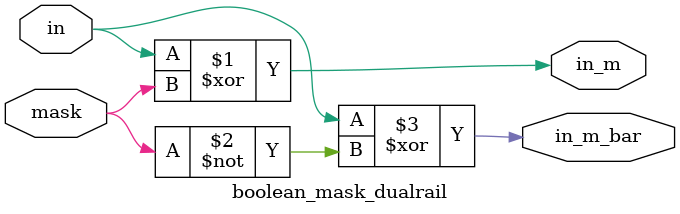
<source format=v>
module boolean_mask_dualrail (
	input in,
	input mask,
	output in_m,
	output in_m_bar
);

assign in_m = in ^ mask;
assign in_m_bar = in ^ ~mask;

endmodule

</source>
